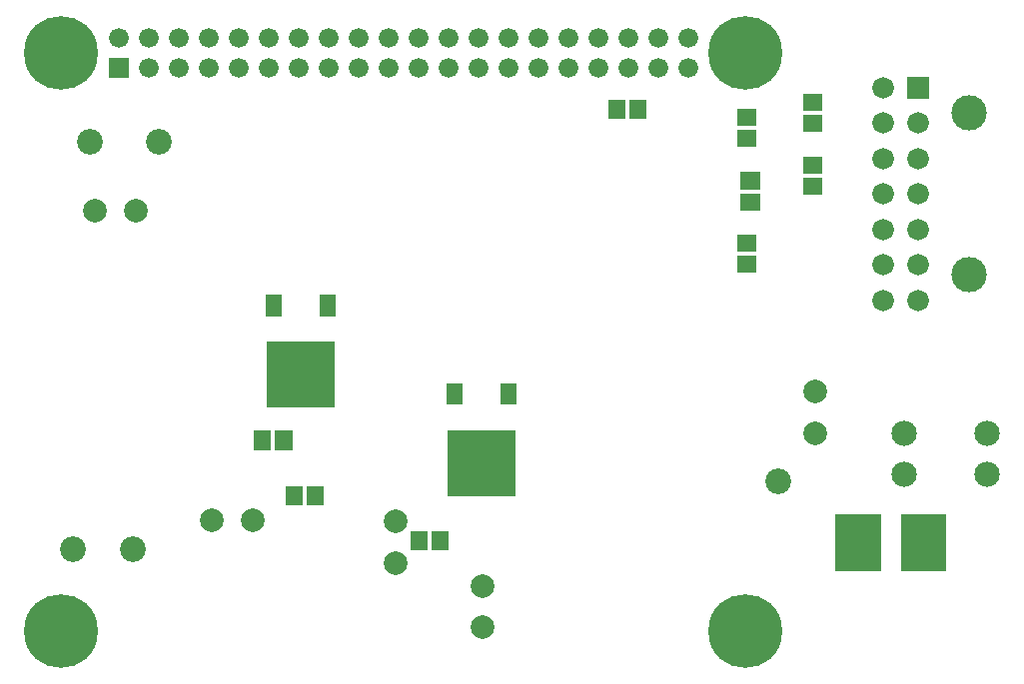
<source format=gbr>
G04 start of page 9 for group -4062 idx -4062 *
G04 Title: RspPiPS, soldermask *
G04 Creator: pcb 4.2.0 *
G04 CreationDate: Sun Jan 23 00:25:27 2022 UTC *
G04 For: debian *
G04 Format: Gerber/RS-274X *
G04 PCB-Dimensions (mil): 10000.00 10000.00 *
G04 PCB-Coordinate-Origin: lower left *
%MOIN*%
%FSLAX25Y25*%
%LNBOTTOMMASK*%
%ADD102C,0.0660*%
%ADD101C,0.0846*%
%ADD100C,0.0860*%
%ADD99C,0.0787*%
%ADD98C,0.1181*%
%ADD97C,0.0720*%
%ADD96C,0.0001*%
%ADD95C,0.2461*%
G54D95*X383858Y761811D03*
G54D96*G36*
X437861Y753746D02*Y746546D01*
X445061D01*
Y753746D01*
X437861D01*
G37*
G54D97*X441461Y738335D03*
Y726524D03*
Y714713D03*
Y702902D03*
Y691091D03*
Y679280D03*
G54D98*X458469Y687783D03*
G54D97*X429650Y750146D03*
Y738335D03*
G54D98*X458469Y741720D03*
G54D97*X429650Y726524D03*
Y714713D03*
Y702902D03*
Y691091D03*
Y679280D03*
G54D95*X383858Y568898D03*
G54D99*X267000Y605390D03*
Y591610D03*
X295949Y583768D03*
Y569988D03*
G54D100*X394736Y618866D03*
G54D99*X407236Y648756D03*
Y634976D03*
G54D101*X436736Y621189D03*
X464295D03*
Y634969D03*
X436736D03*
G54D95*X155512Y761811D03*
G54D96*G36*
X171400Y760100D02*Y753500D01*
X178000D01*
Y760100D01*
X171400D01*
G37*
G54D102*X174700Y766800D03*
X184700Y756800D03*
Y766800D03*
G54D100*X188000Y732000D03*
G54D99*X180535Y709276D03*
X166756D03*
G54D100*X164961Y732283D03*
G54D95*X155512Y568898D03*
G54D99*X219425Y605799D03*
X205646D03*
G54D100*X159500Y596000D03*
X179500D03*
G54D102*X194700Y756800D03*
X204700D03*
X214700D03*
X194700Y766800D03*
X204700D03*
X214700D03*
X224700Y756800D03*
X234700D03*
X244700D03*
X254700D03*
X224700Y766800D03*
X234700D03*
X244700D03*
X254700D03*
X264700Y756800D03*
X274700D03*
X284700D03*
X264700Y766800D03*
X274700D03*
X284700D03*
X294700D03*
X304700D03*
X314700D03*
X294700Y756800D03*
X304700D03*
X314700D03*
X324700D03*
Y766800D03*
X334700Y756800D03*
X344700D03*
X354700D03*
X364700D03*
X334700Y766800D03*
X344700D03*
X354700D03*
X364700D03*
G54D96*G36*
X343773Y746252D02*X338055D01*
Y739748D01*
X343773D01*
Y746252D01*
G37*
G36*
X350859D02*X345141D01*
Y739748D01*
X350859D01*
Y746252D01*
G37*
G36*
X428986Y607916D02*X413886D01*
Y588816D01*
X428986D01*
Y607916D01*
G37*
G36*
X450786D02*X435686D01*
Y588816D01*
X450786D01*
Y607916D01*
G37*
G36*
X284419Y635927D02*Y613927D01*
X306919D01*
Y635927D01*
X284419D01*
G37*
G36*
X307269Y651627D02*X302069D01*
Y644427D01*
X307269D01*
Y651627D01*
G37*
G36*
X284902Y602252D02*X279184D01*
Y595748D01*
X284902D01*
Y602252D01*
G37*
G36*
X277816D02*X272098D01*
Y595748D01*
X277816D01*
Y602252D01*
G37*
G36*
X225536Y635806D02*X219818D01*
Y629302D01*
X225536D01*
Y635806D01*
G37*
G36*
X232622D02*X226904D01*
Y629302D01*
X232622D01*
Y635806D01*
G37*
G36*
X229033Y681031D02*X223833D01*
Y673831D01*
X229033D01*
Y681031D01*
G37*
G36*
X247033D02*X241833D01*
Y673831D01*
X247033D01*
Y681031D01*
G37*
G36*
X224183Y665331D02*Y643331D01*
X246683D01*
Y665331D01*
X224183D01*
G37*
G36*
X243182Y617299D02*X237464D01*
Y610795D01*
X243182D01*
Y617299D01*
G37*
G36*
X236096D02*X230378D01*
Y610795D01*
X236096D01*
Y617299D01*
G37*
G36*
X289269Y651627D02*X284069D01*
Y644427D01*
X289269D01*
Y651627D01*
G37*
G36*
X380986Y694060D02*Y688342D01*
X387490D01*
Y694060D01*
X380986D01*
G37*
G36*
X382167Y714926D02*Y709208D01*
X388671D01*
Y714926D01*
X382167D01*
G37*
G36*
X380986Y701146D02*Y695428D01*
X387490D01*
Y701146D01*
X380986D01*
G37*
G36*
X382167Y722012D02*Y716294D01*
X388671D01*
Y722012D01*
X382167D01*
G37*
G36*
X403047Y720182D02*Y714464D01*
X409551D01*
Y720182D01*
X403047D01*
G37*
G36*
Y727268D02*Y721550D01*
X409551D01*
Y727268D01*
X403047D01*
G37*
G36*
Y741048D02*Y735330D01*
X409551D01*
Y741048D01*
X403047D01*
G37*
G36*
Y748134D02*Y742416D01*
X409551D01*
Y748134D01*
X403047D01*
G37*
G36*
X380986Y736186D02*Y730468D01*
X387490D01*
Y736186D01*
X380986D01*
G37*
G36*
Y743272D02*Y737554D01*
X387490D01*
Y743272D01*
X380986D01*
G37*
M02*

</source>
